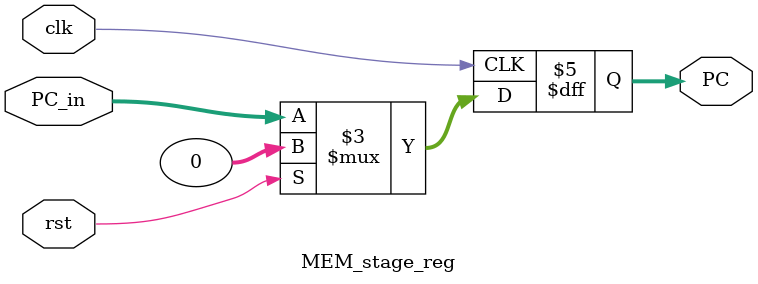
<source format=v>
module MEM_stage_reg (
    input clk,    // Clock
    input rst,  // Asynchronous reset active high
    input [31:0] PC_in,
    // input WB_EN_in, MEM_R_EN_in,
    // input [31:0] ALU_result_in,
    // input [31:0] MEM_read_value_in,
    // input [4:0] Dest_in,
    // output reg WB_EN, MEM_R_EN,
    // output reg [31:0] ALU_result,
    // output reg [31:0] MEM_read_value,
    // output reg [4:0] Dest
    output reg [31:0] PC
);

    always @(posedge clk) begin
        if(rst) begin
            PC <= 0;
            // WB_EN <= 0;
            // MEM_R_EN <= 0;
            // ALU_result <= 0;
            // MEM_read_value <= 0;
            // Dest <= 0;
        end else begin
            PC <= PC_in;
            // WB_EN <= WB_EN_in;
            // MEM_R_EN <= MEM_R_EN_in;
            // ALU_result <= ALU_result_in;
            // MEM_read_value <= MEM_read_value_in;
            // Dest <= Dest_in;
        end
    end

endmodule
</source>
